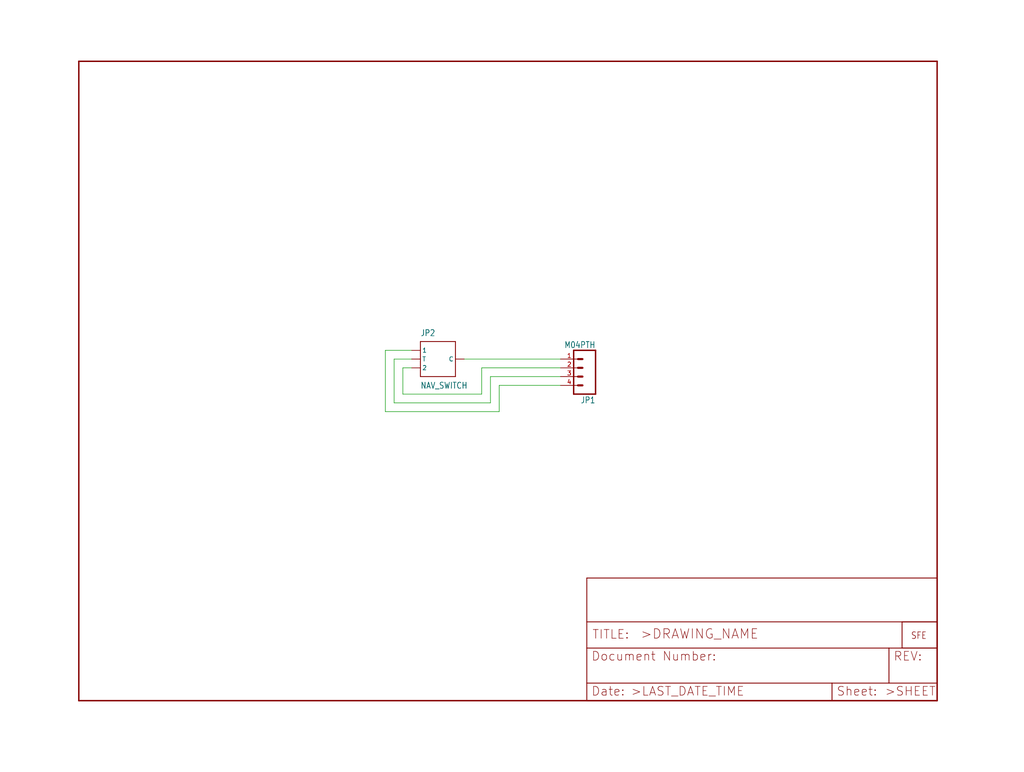
<source format=kicad_sch>
(kicad_sch (version 20211123) (generator eeschema)
  (paper "User" 297.002 223.926)
  (lib_symbols
    (symbol "schematicEagle-eagle-import:FRAME-LETTER"
      (symbol "FRAME-LETTER_1_0"
        (polyline (pts (xy 0 0) (xy 248.92 0)) (stroke (width 0.4064)))
        (polyline (pts (xy 0 185.42) (xy 0 0)) (stroke (width 0.4064)))
        (polyline (pts (xy 0 185.42) (xy 248.92 185.42)) (stroke (width 0.4064)))
        (polyline (pts (xy 248.92 185.42) (xy 248.92 0)) (stroke (width 0.4064)))
      )
      (symbol "FRAME-LETTER_2_0"
        (polyline (pts (xy 0 0) (xy 0 5.08)) (stroke (width 0.254)))
        (polyline (pts (xy 0 0) (xy 71.12 0)) (stroke (width 0.254)))
        (polyline (pts (xy 0 5.08) (xy 0 15.24)) (stroke (width 0.254)))
        (polyline (pts (xy 0 5.08) (xy 71.12 5.08)) (stroke (width 0.254)))
        (polyline (pts (xy 0 15.24) (xy 0 22.86)) (stroke (width 0.254)))
        (polyline (pts (xy 0 22.86) (xy 0 35.56)) (stroke (width 0.254)))
        (polyline (pts (xy 0 22.86) (xy 101.6 22.86)) (stroke (width 0.254)))
        (polyline (pts (xy 71.12 0) (xy 101.6 0)) (stroke (width 0.254)))
        (polyline (pts (xy 71.12 5.08) (xy 71.12 0)) (stroke (width 0.254)))
        (polyline (pts (xy 71.12 5.08) (xy 87.63 5.08)) (stroke (width 0.254)))
        (polyline (pts (xy 87.63 5.08) (xy 101.6 5.08)) (stroke (width 0.254)))
        (polyline (pts (xy 87.63 15.24) (xy 0 15.24)) (stroke (width 0.254)))
        (polyline (pts (xy 87.63 15.24) (xy 87.63 5.08)) (stroke (width 0.254)))
        (polyline (pts (xy 101.6 5.08) (xy 101.6 0)) (stroke (width 0.254)))
        (polyline (pts (xy 101.6 15.24) (xy 87.63 15.24)) (stroke (width 0.254)))
        (polyline (pts (xy 101.6 15.24) (xy 101.6 5.08)) (stroke (width 0.254)))
        (polyline (pts (xy 101.6 22.86) (xy 101.6 15.24)) (stroke (width 0.254)))
        (polyline (pts (xy 101.6 35.56) (xy 0 35.56)) (stroke (width 0.254)))
        (polyline (pts (xy 101.6 35.56) (xy 101.6 22.86)) (stroke (width 0.254)))
        (text ">DRAWING_NAME" (at 15.494 17.78 0) (effects (font (size 2.7432 2.7432)) (justify left bottom)))
        (text ">LAST_DATE_TIME" (at 12.7 1.27 0) (effects (font (size 2.54 2.54)) (justify left bottom)))
        (text ">SHEET" (at 86.36 1.27 0) (effects (font (size 2.54 2.54)) (justify left bottom)))
        (text "Date:" (at 1.27 1.27 0) (effects (font (size 2.54 2.54)) (justify left bottom)))
        (text "Document Number:" (at 1.27 11.43 0) (effects (font (size 2.54 2.54)) (justify left bottom)))
        (text "REV:" (at 88.9 11.43 0) (effects (font (size 2.54 2.54)) (justify left bottom)))
        (text "Sheet:" (at 72.39 1.27 0) (effects (font (size 2.54 2.54)) (justify left bottom)))
        (text "TITLE:" (at 1.524 17.78 0) (effects (font (size 2.54 2.54)) (justify left bottom)))
      )
    )
    (symbol "schematicEagle-eagle-import:LOGO-SFESK"
      (symbol "LOGO-SFESK_1_0"
        (polyline (pts (xy -2.54 -2.54) (xy 7.62 -2.54)) (stroke (width 0.254)))
        (polyline (pts (xy -2.54 5.08) (xy -2.54 -2.54)) (stroke (width 0.254)))
        (polyline (pts (xy 7.62 -2.54) (xy 7.62 5.08)) (stroke (width 0.254)))
        (polyline (pts (xy 7.62 5.08) (xy -2.54 5.08)) (stroke (width 0.254)))
        (text "SFE" (at 0 0 0) (effects (font (size 1.9304 1.6408)) (justify left bottom)))
      )
    )
    (symbol "schematicEagle-eagle-import:M04PTH"
      (property "Reference" "JP" (at -5.08 8.382 0))
      (property "Value" "M04PTH" (at -5.08 -7.62 0))
      (symbol "M04PTH_1_0"
        (polyline (pts (xy -5.08 7.62) (xy -5.08 -5.08)) (stroke (width 0.4064)))
        (polyline (pts (xy -5.08 7.62) (xy 1.27 7.62)) (stroke (width 0.4064)))
        (polyline (pts (xy -1.27 -2.54) (xy 0 -2.54)) (stroke (width 0.6096)))
        (polyline (pts (xy -1.27 0) (xy 0 0)) (stroke (width 0.6096)))
        (polyline (pts (xy -1.27 2.54) (xy 0 2.54)) (stroke (width 0.6096)))
        (polyline (pts (xy -1.27 5.08) (xy 0 5.08)) (stroke (width 0.6096)))
        (polyline (pts (xy 1.27 -5.08) (xy -5.08 -5.08)) (stroke (width 0.4064)))
        (polyline (pts (xy 1.27 -5.08) (xy 1.27 7.62)) (stroke (width 0.4064)))
        (pin passive line (at 5.08 -2.54 180) (length 5.08) (name "1") (number "1"))
        (pin passive line (at 5.08 0 180) (length 5.08) (name "2") (number "2"))
        (pin passive line (at 5.08 2.54 180) (length 5.08) (name "3") (number "3"))
        (pin passive line (at 5.08 5.08 180) (length 5.08) (name "4") (number "4"))
      )
    )
    (symbol "schematicEagle-eagle-import:NAV_SWITCHSMD"
      (property "Value" "NAV_SWITCHSMD" (at -5.08 -8.636 0))
      (symbol "NAV_SWITCHSMD_1_0"
        (polyline (pts (xy -5.08 -5.08) (xy -5.08 5.08)) (stroke (width 0.254)))
        (polyline (pts (xy -5.08 5.08) (xy 5.08 5.08)) (stroke (width 0.254)))
        (polyline (pts (xy 5.08 -5.08) (xy -5.08 -5.08)) (stroke (width 0.254)))
        (polyline (pts (xy 5.08 5.08) (xy 5.08 -5.08)) (stroke (width 0.254)))
        (pin input line (at -7.62 2.54 0) (length 2.54) (name "1") (number "1"))
        (pin input line (at -7.62 -2.54 0) (length 2.54) (name "2") (number "2"))
        (pin power_in line (at 7.62 0 180) (length 2.54) (name "C") (number "C"))
        (pin input line (at -7.62 0 0) (length 2.54) (name "T") (number "T"))
      )
    )
  )
  (wire (pts (xy 134.62 104.14) (xy 162.56 104.14)))
  (wire (pts (xy 111.76 101.6) (xy 111.76 119.38)))
  (wire (pts (xy 144.78 111.76) (xy 162.56 111.76)))
  (wire (pts (xy 139.7 106.68) (xy 162.56 106.68)))
  (wire (pts (xy 142.24 116.84) (xy 142.24 109.22)))
  (wire (pts (xy 111.76 119.38) (xy 144.78 119.38)))
  (wire (pts (xy 116.84 106.68) (xy 116.84 114.3)))
  (wire (pts (xy 142.24 109.22) (xy 162.56 109.22)))
  (wire (pts (xy 119.38 101.6) (xy 111.76 101.6)))
  (wire (pts (xy 116.84 114.3) (xy 139.7 114.3)))
  (wire (pts (xy 119.38 104.14) (xy 114.3 104.14)))
  (wire (pts (xy 144.78 119.38) (xy 144.78 111.76)))
  (wire (pts (xy 114.3 104.14) (xy 114.3 116.84)))
  (wire (pts (xy 139.7 114.3) (xy 139.7 106.68)))
  (wire (pts (xy 114.3 116.84) (xy 142.24 116.84)))
  (wire (pts (xy 119.38 106.68) (xy 116.84 106.68)))
  (symbol (lib_id "schematicEagle-eagle-import:FRAME-LETTER") (at 22.86 203.2 0) (unit 1)
    (property "Reference" "#FRAME1" (effects hide))
    (property "Value" "FRAME-LETTER" (effects hide))
    (property "Footprint" "schematicEagle:" (effects hide))
  )
  (symbol (lib_id "schematicEagle-eagle-import:LOGO-SFESK") (at 264.16 185.42 0) (unit 1)
    (property "Reference" "U$1" (effects hide))
    (property "Value" "LOGO-SFESK" (effects hide))
    (property "Footprint" "schematicEagle:SFE-LOGO-FLAME" (effects hide))
  )
  (symbol (lib_id "schematicEagle-eagle-import:M04PTH") (at 167.64 106.68 180) (unit 1)
    (property "Reference" "JP1" (at 172.72 115.062 0) (effects (font (size 1.778 1.5113)) (justify left bottom)))
    (property "Value" "M04PTH" (at 172.72 99.06 0) (effects (font (size 1.778 1.5113)) (justify left bottom)))
    (property "Footprint" "schematicEagle:1X04" (effects hide))
  )
  (symbol (lib_id "schematicEagle-eagle-import:NAV_SWITCHSMD") (at 127 104.14 0) (unit 1)
    (property "Reference" "JP2" (at 121.92 97.536 0) (effects (font (size 1.778 1.5113)) (justify left bottom)))
    (property "Value" "NAV_SWITCH" (at 121.92 112.776 0) (effects (font (size 1.778 1.5113)) (justify left bottom)))
    (property "Footprint" "schematicEagle:NAV_SWITCH" (effects hide))
  )
  (symbol (lib_id "schematicEagle-eagle-import:FRAME-LETTER") (at 170.18 203.2 0) (unit 2)
    (property "Reference" "#FRAME1" (effects hide))
    (property "Value" "FRAME-LETTER" (effects hide))
    (property "Footprint" "schematicEagle:" (effects hide))
  )
)
</source>
